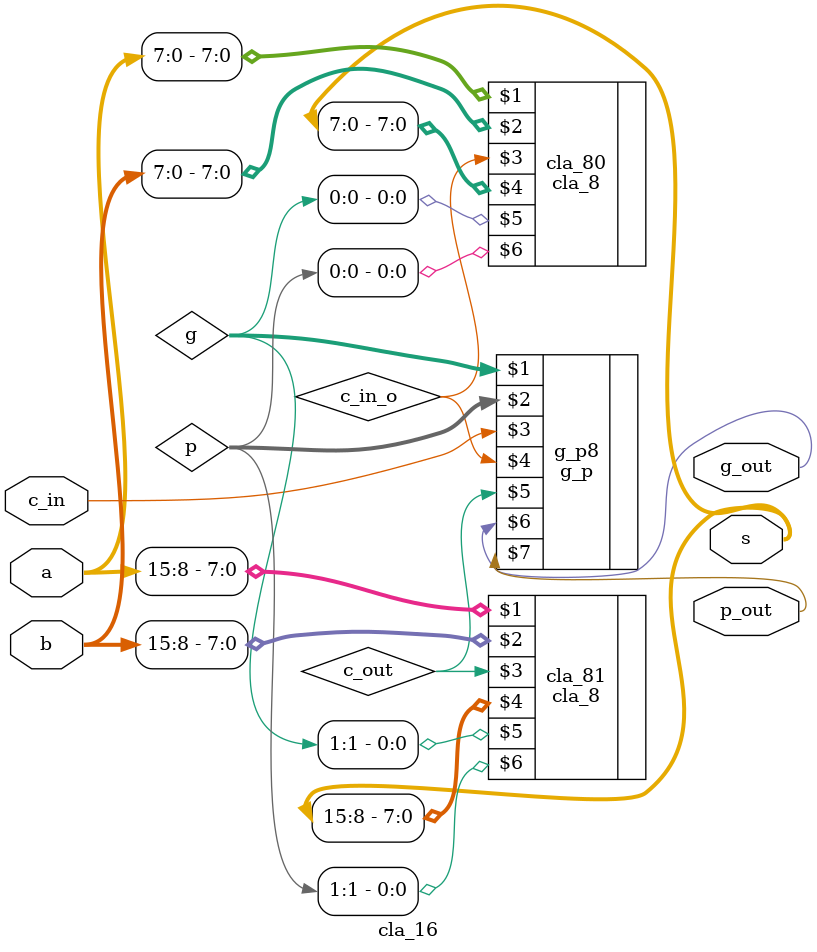
<source format=v>
`timescale 1ns / 1ps
module cla_16(
    input [15:0] a,
    input [15:0] b,
    input c_in,
    output [15:0] s,
    output g_out,
    output p_out
    );
	 wire [1:0] g,p;
	 wire c_out;
	 wire c_in_o;
	 cla_8 cla_80(a[7:0],b[7:0],c_in_o,s[7:0],g[0],p[0]);
	 cla_8 cla_81(a[15:8],b[15:8],c_out,s[15:8],g[1],p[1]);
	 g_p g_p8(g,p,c_in,c_in_o,c_out,g_out,p_out);


endmodule

</source>
